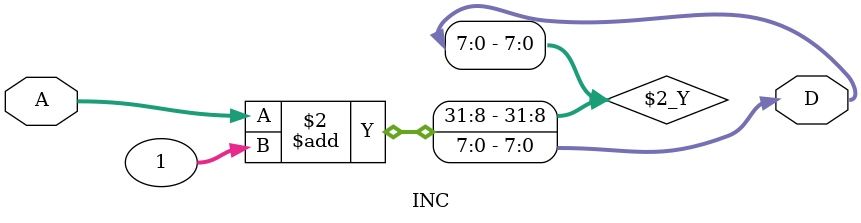
<source format=v>
`timescale 1ns / 1ps


module INC #(parameter WIDTH=8)(A,D);
    input [WIDTH-1:0] A;
    output reg [WIDTH-1:0] D;
    
    always @(A)
    begin
        D <= A + 1;
    end
endmodule

</source>
